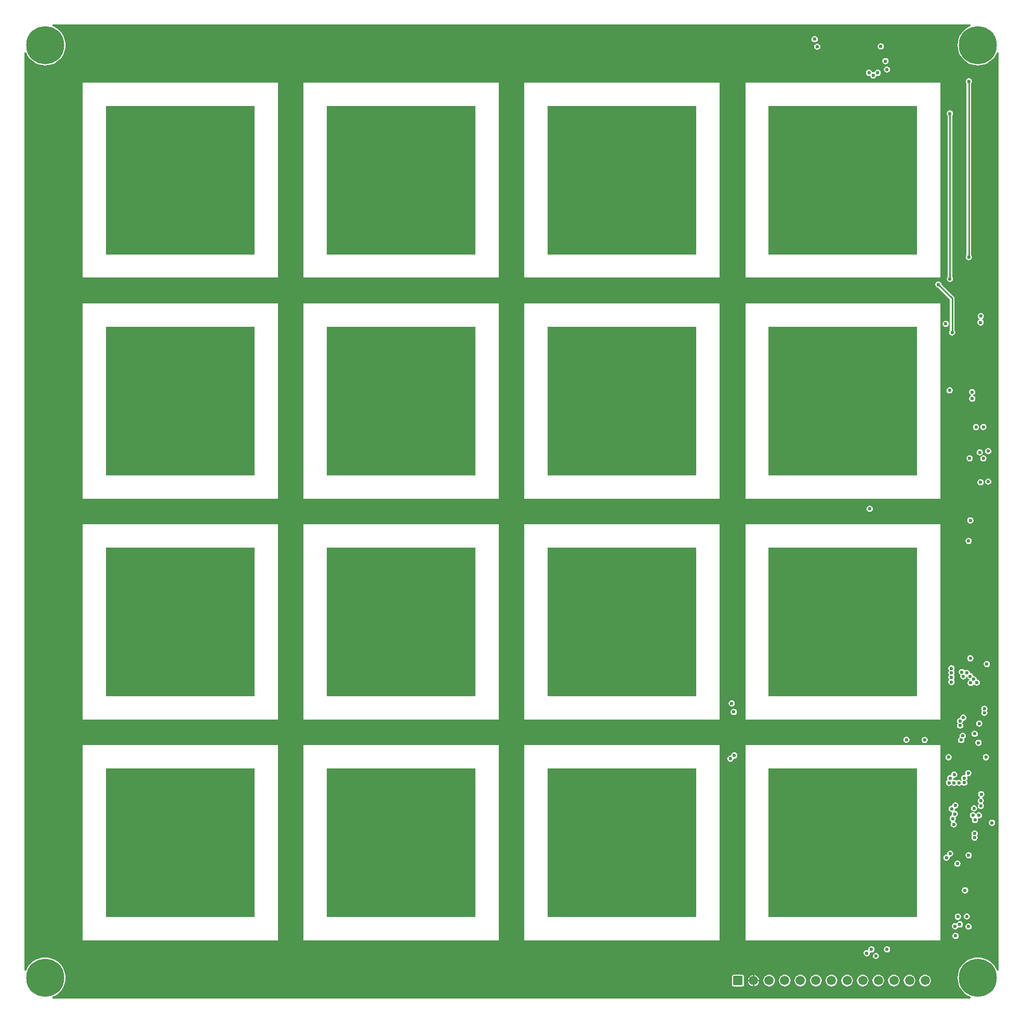
<source format=gtl>
G04 Layer_Physical_Order=1*
G04 Layer_Color=255*
%FSLAX25Y25*%
%MOIN*%
G70*
G01*
G75*
%ADD10C,0.01102*%
%ADD11R,0.95276X0.95276*%
%ADD12C,0.24410*%
%ADD13C,0.05906*%
G04:AMPARAMS|DCode=14|XSize=59.06mil|YSize=59.06mil|CornerRadius=2.95mil|HoleSize=0mil|Usage=FLASHONLY|Rotation=0.000|XOffset=0mil|YOffset=0mil|HoleType=Round|Shape=RoundedRectangle|*
%AMROUNDEDRECTD14*
21,1,0.05906,0.05315,0,0,0.0*
21,1,0.05315,0.05906,0,0,0.0*
1,1,0.00591,0.02658,-0.02658*
1,1,0.00591,-0.02658,-0.02658*
1,1,0.00591,-0.02658,0.02658*
1,1,0.00591,0.02658,0.02658*
%
%ADD14ROUNDEDRECTD14*%
%ADD15C,0.05118*%
%ADD16C,0.02362*%
G36*
X294488Y311318D02*
X293296Y310824D01*
X291552Y309756D01*
X289997Y308428D01*
X288669Y306873D01*
X287601Y305129D01*
X286818Y303240D01*
X286341Y301251D01*
X286180Y299213D01*
X286341Y297174D01*
X286818Y295185D01*
X287601Y293296D01*
X288669Y291552D01*
X289997Y289997D01*
X291552Y288669D01*
X293296Y287601D01*
X295185Y286818D01*
X297174Y286341D01*
X299213Y286180D01*
X301251Y286341D01*
X303240Y286818D01*
X305129Y287601D01*
X306873Y288669D01*
X308428Y289997D01*
X309756Y291552D01*
X310824Y293296D01*
X311318Y294488D01*
X312552D01*
Y-294488D01*
X311318D01*
X310824Y-293296D01*
X309756Y-291552D01*
X308428Y-289997D01*
X306873Y-288669D01*
X305129Y-287601D01*
X303240Y-286818D01*
X301251Y-286341D01*
X299213Y-286180D01*
X297174Y-286341D01*
X295185Y-286818D01*
X293296Y-287601D01*
X291552Y-288669D01*
X289997Y-289997D01*
X288669Y-291552D01*
X287601Y-293296D01*
X286818Y-295185D01*
X286341Y-297174D01*
X286180Y-299213D01*
X286341Y-301251D01*
X286818Y-303240D01*
X287601Y-305129D01*
X288669Y-306873D01*
X289997Y-308428D01*
X291552Y-309756D01*
X293296Y-310824D01*
X294488Y-311318D01*
Y-312552D01*
X-294488D01*
Y-311318D01*
X-293296Y-310824D01*
X-291552Y-309756D01*
X-289997Y-308428D01*
X-288669Y-306873D01*
X-287601Y-305129D01*
X-286818Y-303240D01*
X-286341Y-301251D01*
X-286180Y-299213D01*
X-286341Y-297174D01*
X-286818Y-295185D01*
X-287601Y-293296D01*
X-288669Y-291552D01*
X-289997Y-289997D01*
X-291552Y-288669D01*
X-293296Y-287601D01*
X-295185Y-286818D01*
X-297174Y-286341D01*
X-299213Y-286180D01*
X-301251Y-286341D01*
X-303240Y-286818D01*
X-305129Y-287601D01*
X-306873Y-288669D01*
X-308428Y-289997D01*
X-309756Y-291552D01*
X-310824Y-293296D01*
X-311318Y-294488D01*
X-312552D01*
Y294488D01*
X-311318D01*
X-310824Y293296D01*
X-309756Y291552D01*
X-308428Y289997D01*
X-306873Y288669D01*
X-305129Y287601D01*
X-303240Y286818D01*
X-301251Y286341D01*
X-299213Y286180D01*
X-297174Y286341D01*
X-295185Y286818D01*
X-293296Y287601D01*
X-291552Y288669D01*
X-289997Y289997D01*
X-288669Y291552D01*
X-287601Y293296D01*
X-286818Y295185D01*
X-286341Y297174D01*
X-286180Y299213D01*
X-286341Y301251D01*
X-286818Y303240D01*
X-287601Y305129D01*
X-288669Y306873D01*
X-289997Y308428D01*
X-291552Y309756D01*
X-293296Y310824D01*
X-294488Y311318D01*
Y312552D01*
X294488D01*
Y311318D01*
D02*
G37*
%LPC*%
G36*
X293307Y-218556D02*
X292539Y-218708D01*
X291888Y-219144D01*
X291453Y-219795D01*
X291300Y-220563D01*
X291453Y-221331D01*
X291888Y-221982D01*
X292539Y-222417D01*
X293307Y-222570D01*
X294075Y-222417D01*
X294726Y-221982D01*
X295161Y-221331D01*
X295314Y-220563D01*
X295161Y-219795D01*
X294726Y-219144D01*
X294075Y-218708D01*
X293307Y-218556D01*
D02*
G37*
G36*
X286126Y-223991D02*
X285358Y-224143D01*
X284707Y-224578D01*
X284272Y-225230D01*
X284119Y-225998D01*
X284272Y-226766D01*
X284707Y-227417D01*
X285358Y-227852D01*
X286126Y-228005D01*
X286894Y-227852D01*
X287545Y-227417D01*
X287980Y-226766D01*
X288133Y-225998D01*
X287980Y-225230D01*
X287545Y-224578D01*
X286894Y-224143D01*
X286126Y-223991D01*
D02*
G37*
G36*
X284744Y-186576D02*
X283976Y-186728D01*
X283325Y-187163D01*
X282890Y-187815D01*
X282794Y-188294D01*
X282480Y-188741D01*
X281712Y-188894D01*
X281061Y-189329D01*
X280626Y-189980D01*
X280473Y-190748D01*
X280626Y-191516D01*
X281061Y-192167D01*
X281712Y-192602D01*
X282387Y-192737D01*
X282583Y-193027D01*
X282660Y-193229D01*
X282594Y-193326D01*
X282442Y-194095D01*
X282557Y-194672D01*
X282288Y-195235D01*
X282254Y-195242D01*
X281602Y-195677D01*
X281167Y-196328D01*
X281015Y-197097D01*
X281167Y-197864D01*
X281602Y-198516D01*
X282159Y-198888D01*
X282263Y-199162D01*
X282276Y-199465D01*
X281906Y-200019D01*
X281753Y-200787D01*
X281906Y-201555D01*
X282341Y-202207D01*
X282992Y-202642D01*
X283760Y-202795D01*
X284528Y-202642D01*
X285179Y-202207D01*
X285614Y-201555D01*
X285767Y-200787D01*
X285614Y-200019D01*
X285179Y-199368D01*
X284622Y-198996D01*
X284519Y-198722D01*
X284506Y-198419D01*
X284876Y-197864D01*
X285029Y-197097D01*
X284914Y-196519D01*
X285182Y-195956D01*
X285217Y-195949D01*
X285868Y-195514D01*
X286303Y-194863D01*
X286456Y-194095D01*
X286303Y-193326D01*
X285868Y-192675D01*
X285217Y-192240D01*
X284542Y-192106D01*
X284346Y-191816D01*
X284270Y-191613D01*
X284335Y-191516D01*
X284430Y-191037D01*
X284744Y-190590D01*
X285512Y-190437D01*
X286163Y-190002D01*
X286598Y-189351D01*
X286751Y-188583D01*
X286598Y-187815D01*
X286163Y-187163D01*
X285512Y-186728D01*
X284744Y-186576D01*
D02*
G37*
G36*
X297146Y-204631D02*
X296378Y-204784D01*
X295727Y-205219D01*
X295292Y-205870D01*
X295139Y-206638D01*
X295292Y-207406D01*
X295623Y-207902D01*
X295269Y-208432D01*
X295117Y-209200D01*
X295269Y-209968D01*
X295705Y-210619D01*
X296356Y-211054D01*
X297124Y-211207D01*
X297892Y-211054D01*
X298543Y-210619D01*
X298978Y-209968D01*
X299131Y-209200D01*
X298978Y-208432D01*
X298646Y-207936D01*
X299001Y-207406D01*
X299153Y-206638D01*
X299001Y-205870D01*
X298566Y-205219D01*
X297914Y-204784D01*
X297146Y-204631D01*
D02*
G37*
G36*
X281454Y-217479D02*
X280686Y-217632D01*
X280035Y-218067D01*
X279600Y-218718D01*
X279447Y-219486D01*
X279505Y-219777D01*
X279151Y-220131D01*
X279053Y-220111D01*
X278286Y-220264D01*
X277634Y-220699D01*
X277199Y-221350D01*
X277046Y-222118D01*
X277199Y-222886D01*
X277634Y-223538D01*
X278286Y-223973D01*
X279053Y-224126D01*
X279822Y-223973D01*
X280473Y-223538D01*
X280908Y-222886D01*
X281061Y-222118D01*
X281003Y-221827D01*
X281356Y-221474D01*
X281454Y-221493D01*
X282222Y-221340D01*
X282873Y-220905D01*
X283308Y-220254D01*
X283461Y-219486D01*
X283308Y-218718D01*
X282873Y-218067D01*
X282222Y-217632D01*
X281454Y-217479D01*
D02*
G37*
G36*
X290978Y-241073D02*
X290210Y-241226D01*
X289559Y-241661D01*
X289124Y-242313D01*
X288971Y-243081D01*
X289124Y-243849D01*
X289559Y-244500D01*
X290210Y-244935D01*
X290978Y-245088D01*
X291746Y-244935D01*
X292397Y-244500D01*
X292832Y-243849D01*
X292985Y-243081D01*
X292832Y-242313D01*
X292397Y-241661D01*
X291746Y-241226D01*
X290978Y-241073D01*
D02*
G37*
G36*
X293205Y-264303D02*
X292437Y-264456D01*
X291786Y-264891D01*
X291351Y-265543D01*
X291198Y-266311D01*
X291351Y-267079D01*
X291786Y-267730D01*
X292437Y-268165D01*
X293205Y-268318D01*
X293973Y-268165D01*
X294624Y-267730D01*
X295059Y-267079D01*
X295212Y-266311D01*
X295059Y-265543D01*
X294624Y-264891D01*
X293973Y-264456D01*
X293205Y-264303D01*
D02*
G37*
G36*
X284967Y-270291D02*
X284199Y-270444D01*
X283548Y-270879D01*
X283113Y-271530D01*
X282960Y-272298D01*
X283113Y-273066D01*
X283548Y-273717D01*
X284199Y-274153D01*
X284967Y-274305D01*
X285735Y-274153D01*
X286386Y-273717D01*
X286822Y-273066D01*
X286974Y-272298D01*
X286822Y-271530D01*
X286386Y-270879D01*
X285735Y-270444D01*
X284967Y-270291D01*
D02*
G37*
G36*
X287604Y-262858D02*
X286836Y-263011D01*
X286185Y-263446D01*
X285870Y-263917D01*
X285353Y-264172D01*
X284584Y-264020D01*
X283816Y-264172D01*
X283165Y-264608D01*
X282730Y-265259D01*
X282577Y-266027D01*
X282730Y-266795D01*
X283165Y-267446D01*
X283816Y-267881D01*
X284584Y-268034D01*
X285353Y-267881D01*
X286004Y-267446D01*
X286318Y-266975D01*
X286836Y-266720D01*
X287604Y-266872D01*
X288372Y-266720D01*
X289023Y-266284D01*
X289458Y-265633D01*
X289611Y-264865D01*
X289458Y-264097D01*
X289023Y-263446D01*
X288372Y-263011D01*
X287604Y-262858D01*
D02*
G37*
G36*
X292125Y-257780D02*
X291357Y-257933D01*
X290705Y-258368D01*
X290270Y-259019D01*
X290118Y-259787D01*
X290270Y-260555D01*
X290705Y-261206D01*
X291357Y-261641D01*
X292125Y-261794D01*
X292893Y-261641D01*
X293544Y-261206D01*
X293979Y-260555D01*
X294132Y-259787D01*
X293979Y-259019D01*
X293544Y-258368D01*
X292893Y-257933D01*
X292125Y-257780D01*
D02*
G37*
G36*
X286365Y-258006D02*
X285597Y-258159D01*
X284946Y-258594D01*
X284511Y-259245D01*
X284358Y-260013D01*
X284511Y-260781D01*
X284946Y-261432D01*
X285597Y-261867D01*
X286365Y-262020D01*
X287133Y-261867D01*
X287785Y-261432D01*
X288220Y-260781D01*
X288372Y-260013D01*
X288220Y-259245D01*
X287785Y-258594D01*
X287133Y-258159D01*
X286365Y-258006D01*
D02*
G37*
G36*
X308268Y-197698D02*
X307500Y-197850D01*
X306849Y-198285D01*
X306413Y-198937D01*
X306261Y-199705D01*
X306413Y-200473D01*
X306849Y-201124D01*
X307500Y-201559D01*
X308268Y-201712D01*
X309036Y-201559D01*
X309687Y-201124D01*
X310122Y-200473D01*
X310275Y-199705D01*
X310122Y-198937D01*
X309687Y-198285D01*
X309036Y-197850D01*
X308268Y-197698D01*
D02*
G37*
G36*
X299627Y-146361D02*
X298859Y-146514D01*
X298208Y-146949D01*
X297773Y-147600D01*
X297620Y-148369D01*
X297773Y-149137D01*
X298208Y-149788D01*
X298859Y-150223D01*
X299627Y-150376D01*
X300395Y-150223D01*
X301047Y-149788D01*
X301482Y-149137D01*
X301635Y-148369D01*
X301482Y-147600D01*
X301047Y-146949D01*
X300395Y-146514D01*
X299627Y-146361D01*
D02*
G37*
G36*
X304331Y-155670D02*
X303563Y-155823D01*
X302911Y-156258D01*
X302476Y-156909D01*
X302324Y-157677D01*
X302476Y-158445D01*
X302911Y-159096D01*
X303563Y-159531D01*
X304331Y-159684D01*
X305099Y-159531D01*
X305750Y-159096D01*
X306185Y-158445D01*
X306338Y-157677D01*
X306185Y-156909D01*
X305750Y-156258D01*
X305099Y-155823D01*
X304331Y-155670D01*
D02*
G37*
G36*
X289470Y-141912D02*
X288702Y-142065D01*
X288051Y-142500D01*
X287616Y-143151D01*
X287463Y-143920D01*
X287616Y-144688D01*
X287709Y-144827D01*
X287067Y-145256D01*
X286631Y-145907D01*
X286479Y-146676D01*
X286631Y-147444D01*
X287067Y-148095D01*
X287718Y-148530D01*
X288486Y-148682D01*
X289254Y-148530D01*
X289905Y-148095D01*
X290340Y-147444D01*
X290493Y-146676D01*
X290340Y-145907D01*
X290247Y-145768D01*
X290889Y-145339D01*
X291324Y-144688D01*
X291477Y-143920D01*
X291324Y-143151D01*
X290889Y-142500D01*
X290238Y-142065D01*
X289470Y-141912D01*
D02*
G37*
G36*
X253359Y-144457D02*
X252591Y-144609D01*
X251940Y-145045D01*
X251504Y-145696D01*
X251352Y-146464D01*
X251504Y-147232D01*
X251940Y-147883D01*
X252591Y-148318D01*
X253359Y-148471D01*
X254127Y-148318D01*
X254778Y-147883D01*
X255213Y-147232D01*
X255366Y-146464D01*
X255213Y-145696D01*
X254778Y-145045D01*
X254127Y-144609D01*
X253359Y-144457D01*
D02*
G37*
G36*
X265061Y-144570D02*
X264293Y-144723D01*
X263641Y-145158D01*
X263206Y-145809D01*
X263053Y-146577D01*
X263206Y-147345D01*
X263641Y-147996D01*
X264293Y-148431D01*
X265061Y-148584D01*
X265829Y-148431D01*
X266480Y-147996D01*
X266915Y-147345D01*
X267068Y-146577D01*
X266915Y-145809D01*
X266480Y-145158D01*
X265829Y-144723D01*
X265061Y-144570D01*
D02*
G37*
G36*
X280413Y-155670D02*
X279645Y-155823D01*
X278994Y-156258D01*
X278559Y-156909D01*
X278406Y-157677D01*
X278559Y-158445D01*
X278994Y-159096D01*
X279645Y-159531D01*
X280413Y-159684D01*
X281182Y-159531D01*
X281833Y-159096D01*
X282268Y-158445D01*
X282420Y-157677D01*
X282268Y-156909D01*
X281833Y-156258D01*
X281182Y-155823D01*
X280413Y-155670D01*
D02*
G37*
G36*
X296752Y-188446D02*
X295984Y-188599D01*
X295333Y-189033D01*
X294898Y-189685D01*
X294745Y-190453D01*
X294898Y-191221D01*
X295333Y-191872D01*
X295984Y-192307D01*
X296752Y-192460D01*
X297520Y-192307D01*
X298171Y-191872D01*
X298606Y-191221D01*
X298759Y-190453D01*
X298606Y-189685D01*
X298171Y-189033D01*
X297520Y-188599D01*
X296752Y-188446D01*
D02*
G37*
G36*
X299803Y-192973D02*
X299035Y-193126D01*
X298384Y-193561D01*
X298234Y-193786D01*
X297632D01*
X297482Y-193561D01*
X296831Y-193126D01*
X296063Y-192973D01*
X295295Y-193126D01*
X294644Y-193561D01*
X294209Y-194212D01*
X294056Y-194980D01*
X294209Y-195748D01*
X294644Y-196399D01*
X295165Y-196748D01*
X295331Y-196961D01*
X295446Y-197375D01*
X295335Y-197933D01*
X295488Y-198701D01*
X295923Y-199352D01*
X296574Y-199787D01*
X297342Y-199940D01*
X298111Y-199787D01*
X298762Y-199352D01*
X299197Y-198701D01*
X299350Y-197933D01*
X299241Y-197385D01*
X299590Y-196970D01*
X299625Y-196952D01*
X299803Y-196987D01*
X300571Y-196835D01*
X301222Y-196399D01*
X301657Y-195748D01*
X301810Y-194980D01*
X301657Y-194212D01*
X301222Y-193561D01*
X300571Y-193126D01*
X299803Y-192973D01*
D02*
G37*
G36*
X301378Y-179391D02*
X300610Y-179543D01*
X299959Y-179978D01*
X299524Y-180630D01*
X299371Y-181398D01*
X299524Y-182166D01*
X299959Y-182817D01*
X300445Y-183142D01*
X300347Y-183671D01*
X300315Y-183677D01*
X299663Y-184112D01*
X299228Y-184763D01*
X299076Y-185531D01*
X299228Y-186300D01*
X299663Y-186951D01*
X299743Y-187004D01*
Y-187504D01*
X299663Y-187557D01*
X299228Y-188208D01*
X299076Y-188976D01*
X299228Y-189744D01*
X299663Y-190396D01*
X300315Y-190831D01*
X301083Y-190983D01*
X301851Y-190831D01*
X302502Y-190396D01*
X302937Y-189744D01*
X303090Y-188976D01*
X302937Y-188208D01*
X302502Y-187557D01*
X302422Y-187504D01*
Y-187004D01*
X302502Y-186951D01*
X302937Y-186300D01*
X303090Y-185531D01*
X302937Y-184763D01*
X302502Y-184112D01*
X302016Y-183788D01*
X302113Y-183258D01*
X302146Y-183252D01*
X302797Y-182817D01*
X303232Y-182166D01*
X303385Y-181398D01*
X303232Y-180630D01*
X302797Y-179978D01*
X302146Y-179543D01*
X301378Y-179391D01*
D02*
G37*
G36*
X142913Y-154489D02*
X142145Y-154642D01*
X141494Y-155077D01*
X141059Y-155728D01*
X140975Y-156150D01*
X140453Y-156556D01*
X139685Y-156709D01*
X139033Y-157144D01*
X138599Y-157795D01*
X138446Y-158563D01*
X138599Y-159331D01*
X139033Y-159982D01*
X139685Y-160417D01*
X140453Y-160570D01*
X141221Y-160417D01*
X141872Y-159982D01*
X142307Y-159331D01*
X142391Y-158909D01*
X142913Y-158503D01*
X143682Y-158350D01*
X144333Y-157915D01*
X144768Y-157264D01*
X144921Y-156496D01*
X144768Y-155728D01*
X144333Y-155077D01*
X143682Y-154642D01*
X142913Y-154489D01*
D02*
G37*
G36*
X293012Y-165906D02*
X292244Y-166059D01*
X291593Y-166494D01*
X291158Y-167145D01*
X291005Y-167913D01*
X291158Y-168681D01*
X290849Y-169120D01*
X290480Y-169046D01*
X289712Y-169199D01*
X289061Y-169634D01*
X288626Y-170285D01*
X288473Y-171053D01*
X288626Y-171821D01*
X289012Y-172398D01*
X288624Y-172695D01*
X287973Y-172260D01*
X287205Y-172107D01*
X286437Y-172260D01*
X285918Y-172606D01*
X285581Y-172661D01*
X285243Y-172606D01*
X284725Y-172260D01*
X283957Y-172107D01*
X283852Y-172128D01*
X283722Y-172033D01*
X283476Y-171693D01*
X283589Y-171127D01*
X284020Y-170799D01*
X284055Y-170806D01*
X284823Y-170653D01*
X285474Y-170218D01*
X285909Y-169567D01*
X286062Y-168799D01*
X285909Y-168031D01*
X285474Y-167380D01*
X284823Y-166945D01*
X284055Y-166792D01*
X283287Y-166945D01*
X282636Y-167380D01*
X282201Y-168031D01*
X282061Y-168735D01*
X281629Y-169063D01*
X281594Y-169056D01*
X280826Y-169209D01*
X280175Y-169644D01*
X279740Y-170295D01*
X279587Y-171063D01*
X279688Y-171570D01*
X279724Y-171750D01*
X279724Y-171750D01*
X279740Y-171831D01*
X279607Y-172346D01*
X279543Y-172427D01*
X279289Y-172597D01*
X278854Y-173248D01*
X278702Y-174016D01*
X278854Y-174784D01*
X279289Y-175435D01*
X279941Y-175870D01*
X280709Y-176023D01*
X281477Y-175870D01*
X282128Y-175435D01*
X282625Y-175592D01*
X283189Y-175969D01*
X283957Y-176121D01*
X284725Y-175969D01*
X285376Y-175533D01*
X285786D01*
X286437Y-175969D01*
X287205Y-176121D01*
X287973Y-175969D01*
X288571Y-175569D01*
X289061Y-175402D01*
X289712Y-175837D01*
X290480Y-175990D01*
X291248Y-175837D01*
X291899Y-175402D01*
X292335Y-174751D01*
X292487Y-173983D01*
X292335Y-173214D01*
X291899Y-172563D01*
Y-172473D01*
X292335Y-171821D01*
X292487Y-171053D01*
X292335Y-170285D01*
X292643Y-169847D01*
X293012Y-169921D01*
X293780Y-169768D01*
X294431Y-169333D01*
X294866Y-168682D01*
X295019Y-167913D01*
X294866Y-167145D01*
X294431Y-166494D01*
X293780Y-166059D01*
X293012Y-165906D01*
D02*
G37*
G36*
X235321Y-297212D02*
X234345Y-297340D01*
X233435Y-297717D01*
X232654Y-298317D01*
X232054Y-299098D01*
X231677Y-300008D01*
X231549Y-300984D01*
X231677Y-301961D01*
X232054Y-302870D01*
X232654Y-303652D01*
X233435Y-304251D01*
X234345Y-304628D01*
X235321Y-304757D01*
X236297Y-304628D01*
X237207Y-304251D01*
X237989Y-303652D01*
X238588Y-302870D01*
X238965Y-301961D01*
X239093Y-300984D01*
X238965Y-300008D01*
X238588Y-299098D01*
X237989Y-298317D01*
X237207Y-297717D01*
X236297Y-297340D01*
X235321Y-297212D01*
D02*
G37*
G36*
X225321D02*
X224345Y-297340D01*
X223435Y-297717D01*
X222654Y-298317D01*
X222054Y-299098D01*
X221677Y-300008D01*
X221549Y-300984D01*
X221677Y-301961D01*
X222054Y-302870D01*
X222654Y-303652D01*
X223435Y-304251D01*
X224345Y-304628D01*
X225321Y-304757D01*
X226297Y-304628D01*
X227207Y-304251D01*
X227989Y-303652D01*
X228588Y-302870D01*
X228965Y-301961D01*
X229094Y-300984D01*
X228965Y-300008D01*
X228588Y-299098D01*
X227989Y-298317D01*
X227207Y-297717D01*
X226297Y-297340D01*
X225321Y-297212D01*
D02*
G37*
G36*
X245321D02*
X244345Y-297340D01*
X243435Y-297717D01*
X242654Y-298317D01*
X242054Y-299098D01*
X241677Y-300008D01*
X241549Y-300984D01*
X241677Y-301961D01*
X242054Y-302870D01*
X242654Y-303652D01*
X243435Y-304251D01*
X244345Y-304628D01*
X245321Y-304757D01*
X246298Y-304628D01*
X247207Y-304251D01*
X247989Y-303652D01*
X248588Y-302870D01*
X248965Y-301961D01*
X249094Y-300984D01*
X248965Y-300008D01*
X248588Y-299098D01*
X247989Y-298317D01*
X247207Y-297717D01*
X246298Y-297340D01*
X245321Y-297212D01*
D02*
G37*
G36*
X265321D02*
X264345Y-297340D01*
X263435Y-297717D01*
X262654Y-298317D01*
X262054Y-299098D01*
X261677Y-300008D01*
X261549Y-300984D01*
X261677Y-301961D01*
X262054Y-302870D01*
X262654Y-303652D01*
X263435Y-304251D01*
X264345Y-304628D01*
X265321Y-304757D01*
X266298Y-304628D01*
X267207Y-304251D01*
X267989Y-303652D01*
X268588Y-302870D01*
X268965Y-301961D01*
X269093Y-300984D01*
X268965Y-300008D01*
X268588Y-299098D01*
X267989Y-298317D01*
X267207Y-297717D01*
X266298Y-297340D01*
X265321Y-297212D01*
D02*
G37*
G36*
X255321D02*
X254345Y-297340D01*
X253435Y-297717D01*
X252654Y-298317D01*
X252054Y-299098D01*
X251677Y-300008D01*
X251549Y-300984D01*
X251677Y-301961D01*
X252054Y-302870D01*
X252654Y-303652D01*
X253435Y-304251D01*
X254345Y-304628D01*
X255321Y-304757D01*
X256297Y-304628D01*
X257207Y-304251D01*
X257989Y-303652D01*
X258588Y-302870D01*
X258965Y-301961D01*
X259093Y-300984D01*
X258965Y-300008D01*
X258588Y-299098D01*
X257989Y-298317D01*
X257207Y-297717D01*
X256297Y-297340D01*
X255321Y-297212D01*
D02*
G37*
G36*
X215321D02*
X214345Y-297340D01*
X213435Y-297717D01*
X212654Y-298317D01*
X212054Y-299098D01*
X211677Y-300008D01*
X211549Y-300984D01*
X211677Y-301961D01*
X212054Y-302870D01*
X212654Y-303652D01*
X213435Y-304251D01*
X214345Y-304628D01*
X215321Y-304757D01*
X216298Y-304628D01*
X217207Y-304251D01*
X217989Y-303652D01*
X218588Y-302870D01*
X218965Y-301961D01*
X219093Y-300984D01*
X218965Y-300008D01*
X218588Y-299098D01*
X217989Y-298317D01*
X217207Y-297717D01*
X216298Y-297340D01*
X215321Y-297212D01*
D02*
G37*
G36*
X175309D02*
X174332Y-297340D01*
X173423Y-297717D01*
X172641Y-298317D01*
X172042Y-299098D01*
X171665Y-300008D01*
X171536Y-300984D01*
X171665Y-301961D01*
X172042Y-302870D01*
X172641Y-303652D01*
X173423Y-304251D01*
X174332Y-304628D01*
X175309Y-304757D01*
X176285Y-304628D01*
X177195Y-304251D01*
X177976Y-303652D01*
X178576Y-302870D01*
X178953Y-301961D01*
X179081Y-300984D01*
X178953Y-300008D01*
X178576Y-299098D01*
X177976Y-298317D01*
X177195Y-297717D01*
X176285Y-297340D01*
X175309Y-297212D01*
D02*
G37*
G36*
X165309D02*
X164332Y-297340D01*
X163423Y-297717D01*
X162641Y-298317D01*
X162042Y-299098D01*
X161665Y-300008D01*
X161536Y-300984D01*
X161665Y-301961D01*
X162042Y-302870D01*
X162641Y-303652D01*
X163423Y-304251D01*
X164332Y-304628D01*
X165309Y-304757D01*
X166285Y-304628D01*
X167195Y-304251D01*
X167976Y-303652D01*
X168576Y-302870D01*
X168953Y-301961D01*
X169081Y-300984D01*
X168953Y-300008D01*
X168576Y-299098D01*
X167976Y-298317D01*
X167195Y-297717D01*
X166285Y-297340D01*
X165309Y-297212D01*
D02*
G37*
G36*
X185309D02*
X184332Y-297340D01*
X183423Y-297717D01*
X182641Y-298317D01*
X182042Y-299098D01*
X181665Y-300008D01*
X181536Y-300984D01*
X181665Y-301961D01*
X182042Y-302870D01*
X182641Y-303652D01*
X183423Y-304251D01*
X184332Y-304628D01*
X185309Y-304757D01*
X186285Y-304628D01*
X187195Y-304251D01*
X187976Y-303652D01*
X188576Y-302870D01*
X188953Y-301961D01*
X189081Y-300984D01*
X188953Y-300008D01*
X188576Y-299098D01*
X187976Y-298317D01*
X187195Y-297717D01*
X186285Y-297340D01*
X185309Y-297212D01*
D02*
G37*
G36*
X205309D02*
X204332Y-297340D01*
X203423Y-297717D01*
X202641Y-298317D01*
X202042Y-299098D01*
X201665Y-300008D01*
X201536Y-300984D01*
X201665Y-301961D01*
X202042Y-302870D01*
X202641Y-303652D01*
X203423Y-304251D01*
X204332Y-304628D01*
X205309Y-304757D01*
X206285Y-304628D01*
X207195Y-304251D01*
X207976Y-303652D01*
X208576Y-302870D01*
X208953Y-301961D01*
X209081Y-300984D01*
X208953Y-300008D01*
X208576Y-299098D01*
X207976Y-298317D01*
X207195Y-297717D01*
X206285Y-297340D01*
X205309Y-297212D01*
D02*
G37*
G36*
X195309D02*
X194332Y-297340D01*
X193423Y-297717D01*
X192641Y-298317D01*
X192042Y-299098D01*
X191665Y-300008D01*
X191536Y-300984D01*
X191665Y-301961D01*
X192042Y-302870D01*
X192641Y-303652D01*
X193423Y-304251D01*
X194332Y-304628D01*
X195309Y-304757D01*
X196285Y-304628D01*
X197195Y-304251D01*
X197976Y-303652D01*
X198576Y-302870D01*
X198953Y-301961D01*
X199081Y-300984D01*
X198953Y-300008D01*
X198576Y-299098D01*
X197976Y-298317D01*
X197195Y-297717D01*
X196285Y-297340D01*
X195309Y-297212D01*
D02*
G37*
G36*
X147966Y-297223D02*
X142651D01*
X142229Y-297307D01*
X141871Y-297546D01*
X141631Y-297904D01*
X141548Y-298327D01*
Y-303642D01*
X141631Y-304064D01*
X141871Y-304422D01*
X142229Y-304662D01*
X142651Y-304746D01*
X147966D01*
X148389Y-304662D01*
X148747Y-304422D01*
X148986Y-304064D01*
X149070Y-303642D01*
Y-298327D01*
X148986Y-297904D01*
X148747Y-297546D01*
X148389Y-297307D01*
X147966Y-297223D01*
D02*
G37*
G36*
X-150000Y-150000D02*
X-275197D01*
Y-275197D01*
X-150000D01*
Y-150000D01*
D02*
G37*
G36*
X230965Y-278896D02*
X230197Y-279049D01*
X229546Y-279484D01*
X229111Y-280135D01*
X228958Y-280903D01*
X228996Y-281096D01*
X228915Y-281218D01*
X228563Y-281481D01*
X227950Y-281359D01*
X227182Y-281512D01*
X226531Y-281947D01*
X226096Y-282598D01*
X225943Y-283366D01*
X226096Y-284134D01*
X226531Y-284785D01*
X227182Y-285220D01*
X227950Y-285373D01*
X228718Y-285220D01*
X229370Y-284785D01*
X229805Y-284134D01*
X229958Y-283366D01*
X229919Y-283173D01*
X230000Y-283052D01*
X230352Y-282788D01*
X230965Y-282910D01*
X231733Y-282757D01*
X232384Y-282322D01*
X232819Y-281671D01*
X232972Y-280903D01*
X232819Y-280135D01*
X232384Y-279484D01*
X231733Y-279049D01*
X230965Y-278896D01*
D02*
G37*
G36*
X-8268Y-150000D02*
X-133465D01*
Y-275197D01*
X-8268D01*
Y-150000D01*
D02*
G37*
G36*
X275197D02*
X150000D01*
Y-275197D01*
X275197D01*
Y-150000D01*
D02*
G37*
G36*
X133465D02*
X8268D01*
Y-275197D01*
X133465D01*
Y-150000D01*
D02*
G37*
G36*
X240966Y-278927D02*
X240198Y-279080D01*
X239547Y-279515D01*
X239112Y-280166D01*
X238959Y-280934D01*
X239112Y-281702D01*
X239547Y-282353D01*
X240198Y-282788D01*
X240966Y-282941D01*
X241734Y-282788D01*
X242385Y-282353D01*
X242820Y-281702D01*
X242973Y-280934D01*
X242820Y-280166D01*
X242385Y-279515D01*
X241734Y-279080D01*
X240966Y-278927D01*
D02*
G37*
G36*
X158831Y-301378D02*
X155702D01*
Y-304506D01*
X156234Y-304436D01*
X157096Y-304079D01*
X157836Y-303511D01*
X158404Y-302771D01*
X158761Y-301909D01*
X158831Y-301378D01*
D02*
G37*
G36*
X154915D02*
X151787D01*
X151857Y-301909D01*
X152214Y-302771D01*
X152782Y-303511D01*
X153522Y-304079D01*
X154384Y-304436D01*
X154915Y-304506D01*
Y-301378D01*
D02*
G37*
G36*
Y-297462D02*
X154384Y-297532D01*
X153522Y-297889D01*
X152782Y-298457D01*
X152214Y-299197D01*
X151857Y-300059D01*
X151787Y-300590D01*
X154915D01*
Y-297462D01*
D02*
G37*
G36*
X233760Y-283131D02*
X232992Y-283283D01*
X232341Y-283719D01*
X231906Y-284370D01*
X231753Y-285138D01*
X231906Y-285906D01*
X232341Y-286557D01*
X232992Y-286992D01*
X233760Y-287145D01*
X234528Y-286992D01*
X235179Y-286557D01*
X235614Y-285906D01*
X235767Y-285138D01*
X235614Y-284370D01*
X235179Y-283719D01*
X234528Y-283283D01*
X233760Y-283131D01*
D02*
G37*
G36*
X155702Y-297462D02*
Y-300590D01*
X158831D01*
X158761Y-300059D01*
X158404Y-299197D01*
X157836Y-298457D01*
X157096Y-297889D01*
X156234Y-297532D01*
X155702Y-297462D01*
D02*
G37*
G36*
X281082Y79722D02*
X280314Y79569D01*
X279663Y79134D01*
X279228Y78483D01*
X279075Y77715D01*
X279228Y76947D01*
X279663Y76295D01*
X280314Y75860D01*
X281082Y75708D01*
X281850Y75860D01*
X282501Y76295D01*
X282936Y76947D01*
X283089Y77715D01*
X282936Y78483D01*
X282501Y79134D01*
X281850Y79569D01*
X281082Y79722D01*
D02*
G37*
G36*
X295534Y78603D02*
X294766Y78451D01*
X294115Y78015D01*
X293680Y77364D01*
X293527Y76596D01*
X293680Y75828D01*
X294115Y75177D01*
X294766Y74742D01*
X294912Y74713D01*
Y74203D01*
X294802Y74181D01*
X294151Y73746D01*
X293716Y73095D01*
X293563Y72327D01*
X293716Y71559D01*
X294151Y70907D01*
X294802Y70473D01*
X295570Y70320D01*
X296338Y70473D01*
X296989Y70907D01*
X297425Y71559D01*
X297577Y72327D01*
X297425Y73095D01*
X296989Y73746D01*
X296338Y74181D01*
X296192Y74210D01*
Y74720D01*
X296302Y74742D01*
X296953Y75177D01*
X297388Y75828D01*
X297541Y76596D01*
X297388Y77364D01*
X296953Y78015D01*
X296302Y78451D01*
X295534Y78603D01*
D02*
G37*
G36*
X273887Y147640D02*
X273119Y147487D01*
X272468Y147052D01*
X272033Y146400D01*
X271880Y145633D01*
X272033Y144864D01*
X272468Y144213D01*
X273119Y143778D01*
X273770Y143649D01*
X281243Y136176D01*
Y116304D01*
X280874Y115752D01*
X280721Y114984D01*
X280874Y114216D01*
X281309Y113565D01*
X281961Y113129D01*
X282729Y112977D01*
X283497Y113129D01*
X284148Y113565D01*
X284583Y114216D01*
X284736Y114984D01*
X284583Y115752D01*
X284214Y116304D01*
Y136791D01*
X284101Y137359D01*
X283779Y137841D01*
X283779Y137841D01*
X275871Y145749D01*
X275741Y146400D01*
X275306Y147052D01*
X274655Y147487D01*
X273887Y147640D01*
D02*
G37*
G36*
X301108Y127348D02*
X300340Y127195D01*
X299688Y126760D01*
X299253Y126109D01*
X299101Y125341D01*
X299253Y124573D01*
X299688Y123922D01*
X300115Y123637D01*
X300138Y123469D01*
X300076Y123068D01*
X299533Y122705D01*
X299098Y122054D01*
X298945Y121286D01*
X299098Y120518D01*
X299533Y119867D01*
X300184Y119432D01*
X300952Y119279D01*
X301720Y119432D01*
X302371Y119867D01*
X302806Y120518D01*
X302959Y121286D01*
X302806Y122054D01*
X302371Y122705D01*
X301945Y122991D01*
X301922Y123158D01*
X301984Y123559D01*
X302527Y123922D01*
X302962Y124573D01*
X303115Y125341D01*
X302962Y126109D01*
X302527Y126760D01*
X301876Y127195D01*
X301108Y127348D01*
D02*
G37*
G36*
X278576Y122346D02*
X277808Y122193D01*
X277157Y121758D01*
X276722Y121107D01*
X276569Y120339D01*
X276722Y119571D01*
X277157Y118919D01*
X277808Y118484D01*
X278576Y118332D01*
X279344Y118484D01*
X279995Y118919D01*
X280430Y119571D01*
X280583Y120339D01*
X280430Y121107D01*
X279995Y121758D01*
X279344Y122193D01*
X278576Y122346D01*
D02*
G37*
G36*
X302736Y56254D02*
X301968Y56101D01*
X301317Y55666D01*
X300882Y55015D01*
X300729Y54247D01*
X300882Y53479D01*
X301317Y52828D01*
X301968Y52393D01*
X302736Y52240D01*
X303504Y52393D01*
X304155Y52828D01*
X304591Y53479D01*
X304743Y54247D01*
X304591Y55015D01*
X304155Y55666D01*
X303504Y56101D01*
X302736Y56254D01*
D02*
G37*
G36*
X293917Y36117D02*
X293149Y35964D01*
X292498Y35529D01*
X292063Y34878D01*
X291910Y34110D01*
X292063Y33342D01*
X292498Y32691D01*
X293149Y32256D01*
X293917Y32103D01*
X294685Y32256D01*
X295337Y32691D01*
X295772Y33342D01*
X295924Y34110D01*
X295772Y34878D01*
X295337Y35529D01*
X294685Y35964D01*
X293917Y36117D01*
D02*
G37*
G36*
X302736Y36024D02*
X301968Y35871D01*
X301317Y35436D01*
X300882Y34785D01*
X300729Y34017D01*
X300882Y33249D01*
X301317Y32598D01*
X301968Y32163D01*
X302736Y32010D01*
X303504Y32163D01*
X304155Y32598D01*
X304591Y33249D01*
X304743Y34017D01*
X304591Y34785D01*
X304155Y35436D01*
X303504Y35871D01*
X302736Y36024D01*
D02*
G37*
G36*
X300445Y39955D02*
X299677Y39803D01*
X299026Y39368D01*
X298591Y38717D01*
X298438Y37948D01*
X298591Y37180D01*
X299026Y36529D01*
X299677Y36094D01*
X300445Y35941D01*
X301213Y36094D01*
X301865Y36529D01*
X302300Y37180D01*
X302452Y37948D01*
X302300Y38717D01*
X301865Y39368D01*
X301213Y39803D01*
X300445Y39955D01*
D02*
G37*
G36*
X297988Y56151D02*
X297220Y55998D01*
X296569Y55563D01*
X296134Y54912D01*
X295981Y54144D01*
X296134Y53375D01*
X296569Y52724D01*
X297220Y52289D01*
X297988Y52136D01*
X298756Y52289D01*
X299407Y52724D01*
X299842Y53375D01*
X299995Y54144D01*
X299842Y54912D01*
X299407Y55563D01*
X298756Y55998D01*
X297988Y56151D01*
D02*
G37*
G36*
X305807Y40787D02*
X305039Y40634D01*
X304388Y40199D01*
X303953Y39548D01*
X303800Y38780D01*
X303953Y38012D01*
X304388Y37360D01*
X305039Y36925D01*
X305807Y36773D01*
X306575Y36925D01*
X307226Y37360D01*
X307661Y38012D01*
X307814Y38780D01*
X307661Y39548D01*
X307226Y40199D01*
X306575Y40634D01*
X305807Y40787D01*
D02*
G37*
G36*
X281299Y257322D02*
X280531Y257169D01*
X279880Y256734D01*
X279445Y256083D01*
X279292Y255315D01*
X279445Y254547D01*
X279788Y254033D01*
Y150533D01*
X279419Y149981D01*
X279266Y149213D01*
X279419Y148444D01*
X279854Y147793D01*
X280505Y147358D01*
X281273Y147205D01*
X282041Y147358D01*
X282692Y147793D01*
X283127Y148444D01*
X283280Y149213D01*
X283127Y149981D01*
X282758Y150533D01*
Y253956D01*
X283154Y254547D01*
X283306Y255315D01*
X283154Y256083D01*
X282718Y256734D01*
X282067Y257169D01*
X281299Y257322D01*
D02*
G37*
G36*
X239965Y290950D02*
X239196Y290797D01*
X238545Y290362D01*
X238110Y289711D01*
X237958Y288943D01*
X238110Y288175D01*
X238545Y287524D01*
X239196Y287089D01*
X239965Y286936D01*
X240733Y287089D01*
X241384Y287524D01*
X241819Y288175D01*
X241972Y288943D01*
X241819Y289711D01*
X241384Y290362D01*
X240733Y290797D01*
X239965Y290950D01*
D02*
G37*
G36*
X234941Y283503D02*
X234173Y283350D01*
X233522Y282915D01*
X233087Y282264D01*
X233042Y282042D01*
X232471Y281734D01*
X231988Y281830D01*
X231299Y281693D01*
X231185Y282264D01*
X230750Y282915D01*
X230099Y283350D01*
X229331Y283503D01*
X228563Y283350D01*
X227911Y282915D01*
X227476Y282264D01*
X227324Y281496D01*
X227476Y280728D01*
X227911Y280077D01*
X228563Y279642D01*
X229331Y279489D01*
X230020Y279626D01*
X230134Y279055D01*
X230569Y278404D01*
X231220Y277969D01*
X231988Y277816D01*
X232756Y277969D01*
X233407Y278404D01*
X233842Y279055D01*
X233887Y279277D01*
X234458Y279585D01*
X234941Y279489D01*
X235709Y279642D01*
X236360Y280077D01*
X236795Y280728D01*
X236948Y281496D01*
X236795Y282264D01*
X236360Y282915D01*
X235709Y283350D01*
X234941Y283503D01*
D02*
G37*
G36*
X196161Y300235D02*
X195393Y300083D01*
X194742Y299648D01*
X194307Y298996D01*
X194154Y298228D01*
X194307Y297460D01*
X194742Y296809D01*
X195393Y296374D01*
X196161Y296221D01*
X196930Y296374D01*
X197581Y296809D01*
X198016Y297460D01*
X198169Y298228D01*
X198016Y298996D01*
X197581Y299648D01*
X196930Y300083D01*
X196161Y300235D01*
D02*
G37*
G36*
X194488Y305058D02*
X193720Y304906D01*
X193069Y304470D01*
X192634Y303819D01*
X192481Y303051D01*
X192634Y302283D01*
X193069Y301632D01*
X193720Y301197D01*
X194488Y301044D01*
X195256Y301197D01*
X195907Y301632D01*
X196343Y302283D01*
X196495Y303051D01*
X196343Y303819D01*
X195907Y304470D01*
X195256Y304906D01*
X194488Y305058D01*
D02*
G37*
G36*
X236920Y300333D02*
X236152Y300181D01*
X235501Y299745D01*
X235066Y299094D01*
X234913Y298326D01*
X235066Y297558D01*
X235501Y296907D01*
X236152Y296472D01*
X236920Y296319D01*
X237688Y296472D01*
X238339Y296907D01*
X238774Y297558D01*
X238927Y298326D01*
X238774Y299094D01*
X238339Y299745D01*
X237688Y300181D01*
X236920Y300333D01*
D02*
G37*
G36*
X240846Y285570D02*
X240078Y285417D01*
X239427Y284982D01*
X238992Y284331D01*
X238839Y283563D01*
X238992Y282795D01*
X239427Y282144D01*
X240078Y281709D01*
X240846Y281556D01*
X241615Y281709D01*
X242266Y282144D01*
X242701Y282795D01*
X242853Y283563D01*
X242701Y284331D01*
X242266Y284982D01*
X241615Y285417D01*
X240846Y285570D01*
D02*
G37*
G36*
X-8268Y275197D02*
X-133465D01*
Y150000D01*
X-8268D01*
Y275197D01*
D02*
G37*
G36*
X-150000D02*
X-275197D01*
Y150000D01*
X-150000D01*
Y275197D01*
D02*
G37*
G36*
X133465D02*
X8268D01*
Y150000D01*
X133465D01*
Y275197D01*
D02*
G37*
G36*
X293406Y277991D02*
X292637Y277838D01*
X291986Y277403D01*
X291551Y276752D01*
X291398Y275984D01*
X291551Y275216D01*
X291920Y274664D01*
Y164509D01*
X291551Y163957D01*
X291398Y163189D01*
X291551Y162421D01*
X291986Y161770D01*
X292637Y161335D01*
X293406Y161182D01*
X294174Y161335D01*
X294825Y161770D01*
X295260Y162421D01*
X295413Y163189D01*
X295260Y163957D01*
X294891Y164509D01*
Y274664D01*
X295260Y275216D01*
X295413Y275984D01*
X295260Y276752D01*
X294825Y277403D01*
X294174Y277838D01*
X293406Y277991D01*
D02*
G37*
G36*
X275197Y275197D02*
X150000D01*
Y150000D01*
X275197D01*
Y275197D01*
D02*
G37*
G36*
X303346Y-124666D02*
X302578Y-124819D01*
X301927Y-125254D01*
X301492Y-125905D01*
X301339Y-126673D01*
X301492Y-127441D01*
X301808Y-127915D01*
X301492Y-128388D01*
X301339Y-129156D01*
X301492Y-129924D01*
X301927Y-130575D01*
X302578Y-131010D01*
X303346Y-131163D01*
X304115Y-131010D01*
X304766Y-130575D01*
X305201Y-129924D01*
X305353Y-129156D01*
X305201Y-128388D01*
X304885Y-127915D01*
X305201Y-127441D01*
X305353Y-126673D01*
X305201Y-125905D01*
X304766Y-125254D01*
X304115Y-124819D01*
X303346Y-124666D01*
D02*
G37*
G36*
X275197Y-8268D02*
X150000D01*
Y-133465D01*
X275197D01*
Y-8268D01*
D02*
G37*
G36*
X142618Y-126635D02*
X141850Y-126787D01*
X141199Y-127223D01*
X140764Y-127874D01*
X140611Y-128642D01*
X140764Y-129410D01*
X141199Y-130061D01*
X141850Y-130496D01*
X142618Y-130649D01*
X143386Y-130496D01*
X144037Y-130061D01*
X144472Y-129410D01*
X144625Y-128642D01*
X144472Y-127874D01*
X144037Y-127223D01*
X143386Y-126787D01*
X142618Y-126635D01*
D02*
G37*
G36*
X288976Y-101044D02*
X288208Y-101197D01*
X287557Y-101632D01*
X287122Y-102283D01*
X286969Y-103051D01*
X287122Y-103819D01*
X287557Y-104470D01*
X288131Y-104854D01*
X288008Y-105039D01*
X287855Y-105807D01*
X288008Y-106575D01*
X288443Y-107226D01*
X289094Y-107661D01*
X289862Y-107814D01*
X290630Y-107661D01*
X291281Y-107226D01*
X291717Y-106575D01*
X291832Y-105996D01*
X292328D01*
X292368Y-106130D01*
X292437Y-106477D01*
X292872Y-107128D01*
X293523Y-107563D01*
X293714Y-107601D01*
X293782Y-107916D01*
X293767Y-108121D01*
X293167Y-108522D01*
X292732Y-109173D01*
X292580Y-109941D01*
X292732Y-110709D01*
X293167Y-111360D01*
X293818Y-111795D01*
X294587Y-111948D01*
X295355Y-111795D01*
X296006Y-111360D01*
X296320Y-110890D01*
X296851Y-110840D01*
X296899Y-110855D01*
X297104Y-111163D01*
X297756Y-111598D01*
X298524Y-111751D01*
X299292Y-111598D01*
X299943Y-111163D01*
X300378Y-110512D01*
X300531Y-109744D01*
X300378Y-108976D01*
X299943Y-108325D01*
X299292Y-107890D01*
X298549Y-107742D01*
X298562Y-107677D01*
X298409Y-106909D01*
X297974Y-106258D01*
X297323Y-105823D01*
X296555Y-105670D01*
X296203Y-105230D01*
X296146Y-104941D01*
X295711Y-104289D01*
X295059Y-103854D01*
X294713Y-103785D01*
X294278Y-103656D01*
X294148Y-103220D01*
X294079Y-102874D01*
X293644Y-102223D01*
X292992Y-101787D01*
X292224Y-101635D01*
X291456Y-101787D01*
X290805Y-102223D01*
X290790D01*
X290396Y-101632D01*
X289744Y-101197D01*
X288976Y-101044D01*
D02*
G37*
G36*
X141240Y-121123D02*
X140472Y-121276D01*
X139821Y-121711D01*
X139386Y-122362D01*
X139233Y-123130D01*
X139386Y-123898D01*
X139821Y-124549D01*
X140472Y-124984D01*
X141240Y-125137D01*
X142008Y-124984D01*
X142659Y-124549D01*
X143095Y-123898D01*
X143247Y-123130D01*
X143095Y-122362D01*
X142659Y-121711D01*
X142008Y-121276D01*
X141240Y-121123D01*
D02*
G37*
G36*
X133465Y-8268D02*
X8268D01*
Y-133465D01*
X133465D01*
Y-8268D01*
D02*
G37*
G36*
X289862Y-130178D02*
X289094Y-130331D01*
X288443Y-130766D01*
X288008Y-131417D01*
X287898Y-131972D01*
X287787Y-132233D01*
X287408Y-132500D01*
X286930Y-132595D01*
X286279Y-133030D01*
X285844Y-133681D01*
X285691Y-134449D01*
X285844Y-135217D01*
X286279Y-135868D01*
X286365Y-135925D01*
X285943Y-136557D01*
X285790Y-137325D01*
X285943Y-138093D01*
X286378Y-138744D01*
X287029Y-139179D01*
X287797Y-139332D01*
X288565Y-139179D01*
X289216Y-138744D01*
X289651Y-138093D01*
X289804Y-137325D01*
X289651Y-136557D01*
X289216Y-135906D01*
X289130Y-135849D01*
X289553Y-135217D01*
X289663Y-134662D01*
X289774Y-134401D01*
X290153Y-134134D01*
X290630Y-134039D01*
X291281Y-133604D01*
X291717Y-132953D01*
X291869Y-132185D01*
X291717Y-131417D01*
X291281Y-130766D01*
X290630Y-130331D01*
X289862Y-130178D01*
D02*
G37*
G36*
X297146Y-140611D02*
X296378Y-140764D01*
X295726Y-141199D01*
X295291Y-141850D01*
X295139Y-142618D01*
X295291Y-143386D01*
X295726Y-144037D01*
X296378Y-144472D01*
X297146Y-144625D01*
X297914Y-144472D01*
X298565Y-144037D01*
X299000Y-143386D01*
X299153Y-142618D01*
X299000Y-141850D01*
X298565Y-141199D01*
X297914Y-140764D01*
X297146Y-140611D01*
D02*
G37*
G36*
X300113Y-134023D02*
X299345Y-134176D01*
X298694Y-134611D01*
X298259Y-135262D01*
X298106Y-136030D01*
X298259Y-136798D01*
X298694Y-137450D01*
X299345Y-137884D01*
X300113Y-138037D01*
X300881Y-137884D01*
X301532Y-137450D01*
X301967Y-136798D01*
X302120Y-136030D01*
X301967Y-135262D01*
X301532Y-134611D01*
X300881Y-134176D01*
X300113Y-134023D01*
D02*
G37*
G36*
X-8268Y-8268D02*
X-133465D01*
Y-133465D01*
X-8268D01*
Y-8268D01*
D02*
G37*
G36*
X-150000D02*
X-275197D01*
Y-133465D01*
X-150000D01*
Y-8268D01*
D02*
G37*
G36*
X282283Y-98682D02*
X281515Y-98835D01*
X280864Y-99270D01*
X280429Y-99921D01*
X280276Y-100689D01*
X280429Y-101457D01*
X280864Y-102108D01*
Y-102124D01*
X280429Y-102775D01*
X280276Y-103543D01*
X280429Y-104311D01*
X280864Y-104963D01*
Y-104978D01*
X280429Y-105630D01*
X280276Y-106398D01*
X280429Y-107166D01*
X280864Y-107817D01*
Y-107931D01*
X280429Y-108582D01*
X280276Y-109350D01*
X280429Y-110118D01*
X280864Y-110770D01*
X281515Y-111205D01*
X282283Y-111357D01*
X283051Y-111205D01*
X283703Y-110770D01*
X284138Y-110118D01*
X284291Y-109350D01*
X284138Y-108582D01*
X283703Y-107931D01*
Y-107817D01*
X284138Y-107166D01*
X284291Y-106398D01*
X284138Y-105630D01*
X283703Y-104978D01*
Y-104963D01*
X284138Y-104311D01*
X284291Y-103543D01*
X284138Y-102775D01*
X283703Y-102124D01*
Y-102108D01*
X284138Y-101457D01*
X284291Y-100689D01*
X284138Y-99921D01*
X283703Y-99270D01*
X283051Y-98835D01*
X282283Y-98682D01*
D02*
G37*
G36*
X133465Y133465D02*
X8268D01*
Y8268D01*
X133465D01*
Y133465D01*
D02*
G37*
G36*
X-8268D02*
X-133465D01*
Y8268D01*
X-8268D01*
Y133465D01*
D02*
G37*
G36*
X275197D02*
X150000D01*
Y8268D01*
X275197D01*
Y133465D01*
D02*
G37*
G36*
X305807Y21200D02*
X305039Y21047D01*
X304388Y20612D01*
X303953Y19961D01*
X303800Y19193D01*
X303953Y18425D01*
X304388Y17774D01*
X305039Y17339D01*
X305807Y17186D01*
X306575Y17339D01*
X307226Y17774D01*
X307661Y18425D01*
X307814Y19193D01*
X307661Y19961D01*
X307226Y20612D01*
X306575Y21047D01*
X305807Y21200D01*
D02*
G37*
G36*
X300926Y20746D02*
X300158Y20594D01*
X299507Y20158D01*
X299072Y19507D01*
X298919Y18739D01*
X299072Y17971D01*
X299507Y17320D01*
X300158Y16885D01*
X300926Y16732D01*
X301694Y16885D01*
X302345Y17320D01*
X302780Y17971D01*
X302933Y18739D01*
X302780Y19507D01*
X302345Y20158D01*
X301694Y20594D01*
X300926Y20746D01*
D02*
G37*
G36*
X-150000Y133465D02*
X-275197D01*
Y8268D01*
X-150000D01*
Y133465D01*
D02*
G37*
G36*
X294379Y-92186D02*
X293611Y-92339D01*
X292960Y-92774D01*
X292525Y-93425D01*
X292372Y-94193D01*
X292525Y-94961D01*
X292960Y-95613D01*
X293611Y-96048D01*
X294379Y-96200D01*
X295147Y-96048D01*
X295798Y-95613D01*
X296234Y-94961D01*
X296386Y-94193D01*
X296234Y-93425D01*
X295798Y-92774D01*
X295147Y-92339D01*
X294379Y-92186D01*
D02*
G37*
G36*
X304972Y-95864D02*
X304204Y-96017D01*
X303552Y-96452D01*
X303117Y-97103D01*
X302964Y-97871D01*
X303117Y-98639D01*
X303552Y-99290D01*
X304204Y-99725D01*
X304972Y-99878D01*
X305740Y-99725D01*
X306391Y-99290D01*
X306826Y-98639D01*
X306979Y-97871D01*
X306826Y-97103D01*
X306391Y-96452D01*
X305740Y-96017D01*
X304972Y-95864D01*
D02*
G37*
G36*
X293307Y-16891D02*
X292539Y-17043D01*
X291888Y-17478D01*
X291453Y-18130D01*
X291300Y-18898D01*
X291453Y-19666D01*
X291888Y-20317D01*
X292539Y-20752D01*
X293307Y-20905D01*
X294075Y-20752D01*
X294726Y-20317D01*
X295161Y-19666D01*
X295314Y-18898D01*
X295161Y-18130D01*
X294726Y-17478D01*
X294075Y-17043D01*
X293307Y-16891D01*
D02*
G37*
G36*
X229823Y3779D02*
X229055Y3626D01*
X228404Y3191D01*
X227969Y2540D01*
X227816Y1772D01*
X227969Y1004D01*
X228404Y352D01*
X229055Y-83D01*
X229823Y-235D01*
X230591Y-83D01*
X231242Y352D01*
X231677Y1004D01*
X231830Y1772D01*
X231677Y2540D01*
X231242Y3191D01*
X230591Y3626D01*
X229823Y3779D01*
D02*
G37*
G36*
X294390Y-3702D02*
X293622Y-3854D01*
X292971Y-4290D01*
X292535Y-4941D01*
X292383Y-5709D01*
X292535Y-6477D01*
X292971Y-7128D01*
X293622Y-7563D01*
X294390Y-7716D01*
X295158Y-7563D01*
X295809Y-7128D01*
X296244Y-6477D01*
X296397Y-5709D01*
X296244Y-4941D01*
X295809Y-4290D01*
X295158Y-3854D01*
X294390Y-3702D01*
D02*
G37*
%LPD*%
D10*
X273887Y145633D02*
X282729Y136791D01*
Y114984D02*
Y136791D01*
X281273Y255289D02*
X281299Y255315D01*
X281273Y149213D02*
Y255289D01*
X293406Y163189D02*
Y275984D01*
D11*
X-212599Y212598D02*
D03*
X212599Y-212598D02*
D03*
X70866D02*
D03*
X-70866D02*
D03*
X-212598D02*
D03*
X212598Y-70866D02*
D03*
X70866D02*
D03*
X-70866D02*
D03*
X-212599D02*
D03*
X212598Y70866D02*
D03*
X70866D02*
D03*
X-70866D02*
D03*
X-212599D02*
D03*
X212598Y212598D02*
D03*
X70866D02*
D03*
X-70866D02*
D03*
D12*
X299213Y-299213D02*
D03*
X-299213D02*
D03*
X299213Y299213D02*
D03*
X-299213D02*
D03*
D13*
X255321Y-300984D02*
D03*
X245321D02*
D03*
X235321D02*
D03*
X225321D02*
D03*
X215321D02*
D03*
X155309D02*
D03*
X265321D02*
D03*
X165309D02*
D03*
X175309D02*
D03*
X185309D02*
D03*
X195309D02*
D03*
X205309D02*
D03*
D14*
X145309D02*
D03*
D15*
X-185039Y212598D02*
D03*
X-212598Y185039D02*
D03*
X212598Y-240158D02*
D03*
X240158Y-212598D02*
D03*
X98425D02*
D03*
X70866Y-240158D02*
D03*
X-70866D02*
D03*
X-43307Y-212598D02*
D03*
X-185039D02*
D03*
X-212598Y-240158D02*
D03*
X212598Y-98425D02*
D03*
X240158Y-70866D02*
D03*
X98425D02*
D03*
X70866Y-98425D02*
D03*
X-70866D02*
D03*
X-43307Y-70866D02*
D03*
X-185039D02*
D03*
X-212598Y-98425D02*
D03*
X212598Y43307D02*
D03*
X240158Y70866D02*
D03*
X98425D02*
D03*
X70866Y43307D02*
D03*
X-70866D02*
D03*
X-43307Y70866D02*
D03*
X-185039D02*
D03*
X-212598Y43307D02*
D03*
X212598Y185039D02*
D03*
X240158Y212598D02*
D03*
X98425D02*
D03*
X70866Y185039D02*
D03*
X-70866D02*
D03*
X-43307Y212598D02*
D03*
D16*
X281273Y149213D02*
D03*
X-25098Y139567D02*
D03*
X282283Y-100689D02*
D03*
Y-103543D02*
D03*
Y-106398D02*
D03*
Y-109350D02*
D03*
X305315Y-209449D02*
D03*
X308268Y-199705D02*
D03*
X284744Y-188583D02*
D03*
X297342Y-197933D02*
D03*
X299803Y-194980D02*
D03*
X301083Y-188976D02*
D03*
X296063Y-194980D02*
D03*
X301083Y-185531D02*
D03*
X301378Y-181398D02*
D03*
X297146Y-206638D02*
D03*
X283022Y-197097D02*
D03*
X296752Y-190453D02*
D03*
X277434Y-181512D02*
D03*
X227950Y-283366D02*
D03*
X233760Y-285138D02*
D03*
X305906Y-203150D02*
D03*
X304331Y-157677D02*
D03*
X281594Y-171063D02*
D03*
X277461Y-156004D02*
D03*
X280709Y-174016D02*
D03*
X283957Y-174114D02*
D03*
X287205D02*
D03*
X284055Y-168799D02*
D03*
X294390Y-5709D02*
D03*
X293307Y-18898D02*
D03*
X295534Y76596D02*
D03*
X277559Y-12598D02*
D03*
X281496Y3150D02*
D03*
X244096Y5908D02*
D03*
X263781Y5909D02*
D03*
X277559Y-44094D02*
D03*
X277559Y-28346D02*
D03*
X305807Y38780D02*
D03*
Y19193D02*
D03*
X302736Y34017D02*
D03*
X147635Y35433D02*
D03*
X229823Y1772D02*
D03*
X196161Y298228D02*
D03*
X194488Y303051D02*
D03*
X310925Y-182874D02*
D03*
X311319Y-168898D02*
D03*
X310925Y-157579D02*
D03*
X311221Y-146260D02*
D03*
X311257Y-118679D02*
D03*
X310335Y182480D02*
D03*
X310728Y195177D02*
D03*
X311122Y207382D02*
D03*
X311516Y218110D02*
D03*
X311417Y229724D02*
D03*
X28543Y-135828D02*
D03*
X282480Y-190748D02*
D03*
X284449Y-194095D02*
D03*
X283760Y-200787D02*
D03*
X246475Y285335D02*
D03*
X293406Y163189D02*
D03*
X281299Y255315D02*
D03*
X-135831Y155510D02*
D03*
X-2362Y-167717D02*
D03*
X2282Y-155308D02*
D03*
X3137Y-160773D02*
D03*
X311352Y243187D02*
D03*
X297449Y233862D02*
D03*
Y242577D02*
D03*
Y225407D02*
D03*
Y212724D02*
D03*
Y192563D02*
D03*
Y184368D02*
D03*
Y201018D02*
D03*
X290978Y-243081D02*
D03*
X277461Y-232776D02*
D03*
X277362Y-242815D02*
D03*
X277461Y-109744D02*
D03*
X250537Y-147712D02*
D03*
X16441Y-137613D02*
D03*
X277461Y152657D02*
D03*
X293878Y-71929D02*
D03*
Y-82080D02*
D03*
X147638Y-200793D02*
D03*
X147638Y-185045D02*
D03*
X135827Y-212604D02*
D03*
X135827Y-198824D02*
D03*
X135827Y-226383D02*
D03*
X135827Y-238194D02*
D03*
X147638Y-216541D02*
D03*
X147638Y-232289D02*
D03*
X135827Y-255911D02*
D03*
X135827Y-271659D02*
D03*
X147638Y-248037D02*
D03*
X147638Y-263785D02*
D03*
X135827Y-161423D02*
D03*
X135827Y-177171D02*
D03*
X147638Y-153549D02*
D03*
X147638Y-175202D02*
D03*
X-135827Y-200793D02*
D03*
X-135827Y-181108D02*
D03*
X-147637Y-208667D02*
D03*
X-147637Y-192919D02*
D03*
X-147637Y-224415D02*
D03*
X-147637Y-240163D02*
D03*
X-135827Y-216541D02*
D03*
X-135827Y-232289D02*
D03*
X-147637Y-255911D02*
D03*
X-147637Y-271659D02*
D03*
X-135827Y-248037D02*
D03*
X-135826Y-263785D02*
D03*
X-147638Y-161423D02*
D03*
X-147637Y-177171D02*
D03*
X-135827Y-153549D02*
D03*
X-135827Y-169297D02*
D03*
X147637Y-11814D02*
D03*
X135826Y-35436D02*
D03*
X135826Y-19688D02*
D03*
X147635Y114173D02*
D03*
X147635Y129921D02*
D03*
X135824Y106299D02*
D03*
X135824Y122047D02*
D03*
X140871Y272549D02*
D03*
X136009Y261466D02*
D03*
X147634Y257873D02*
D03*
X135822Y248030D02*
D03*
X-135831Y255904D02*
D03*
X-135831Y271652D02*
D03*
X-147642Y248030D02*
D03*
X-147642Y263778D02*
D03*
X-135829Y114173D02*
D03*
X-135829Y129921D02*
D03*
X-147641Y106299D02*
D03*
X-147641Y122047D02*
D03*
X-135828Y-27562D02*
D03*
X-135828Y-11814D02*
D03*
X-147639Y-39373D02*
D03*
X-147639Y-19688D02*
D03*
X147637Y-137798D02*
D03*
X135826Y-145672D02*
D03*
X147637Y-122050D02*
D03*
X147637Y-106302D02*
D03*
X135818Y-130426D02*
D03*
X135826Y-114176D02*
D03*
X147637Y-90554D02*
D03*
X147637Y-74806D02*
D03*
X135826Y-98428D02*
D03*
X135826Y-82680D02*
D03*
X135826Y-51184D02*
D03*
X135826Y-66932D02*
D03*
X147637Y-43310D02*
D03*
X147637Y-59058D02*
D03*
X147635Y3937D02*
D03*
X147635Y19685D02*
D03*
X135824Y27559D02*
D03*
X147635Y51181D02*
D03*
X147635Y66929D02*
D03*
X135824Y43307D02*
D03*
X135824Y59055D02*
D03*
X135824Y90551D02*
D03*
X135824Y74803D02*
D03*
X147635Y98425D02*
D03*
X147635Y82677D02*
D03*
X147634Y145668D02*
D03*
X135822Y137794D02*
D03*
X147634Y161416D02*
D03*
X147634Y177164D02*
D03*
X135822Y153542D02*
D03*
X135822Y169290D02*
D03*
X147634Y192912D02*
D03*
X147634Y208660D02*
D03*
X135822Y185038D02*
D03*
X135822Y204723D02*
D03*
X135822Y232282D02*
D03*
X135822Y216534D02*
D03*
X147634Y240156D02*
D03*
X147634Y224408D02*
D03*
X-135831Y145668D02*
D03*
X-147642Y137794D02*
D03*
X-135831Y177164D02*
D03*
X-147642Y153542D02*
D03*
X-147642Y163384D02*
D03*
X-135831Y192912D02*
D03*
X-135831Y208660D02*
D03*
X-147642Y185038D02*
D03*
X-147642Y200786D02*
D03*
X-147642Y232282D02*
D03*
X-147642Y216534D02*
D03*
X-135831Y240156D02*
D03*
X-135831Y224408D02*
D03*
X-135828Y-137798D02*
D03*
X-147639Y-145672D02*
D03*
X-135828Y-122050D02*
D03*
X-135828Y-106302D02*
D03*
X-147639Y-129924D02*
D03*
X-147639Y-114176D02*
D03*
X-135828Y-90554D02*
D03*
X-135828Y-74806D02*
D03*
X-147639Y-98428D02*
D03*
X-147639Y-82680D02*
D03*
X-147639Y-51184D02*
D03*
X-147639Y-66932D02*
D03*
X-135828Y-43310D02*
D03*
X-135828Y-59058D02*
D03*
X-135829Y3936D02*
D03*
X-147640Y-3938D02*
D03*
X-135829Y19684D02*
D03*
X-135829Y35432D02*
D03*
X-147640Y11811D02*
D03*
X-147640Y27558D02*
D03*
X-135829Y51180D02*
D03*
X-135829Y66929D02*
D03*
X-147640Y43306D02*
D03*
X-147641Y59054D02*
D03*
X-147641Y90551D02*
D03*
X-147641Y74803D02*
D03*
X-135829Y98425D02*
D03*
X-135829Y82677D02*
D03*
X5854Y260889D02*
D03*
X5903Y177165D02*
D03*
X-5908Y169291D02*
D03*
X-35434Y147638D02*
D03*
X248030Y147638D02*
D03*
X240157Y135827D02*
D03*
X-271655Y147638D02*
D03*
X-263780Y135827D02*
D03*
X-248032Y135827D02*
D03*
X-232284Y135827D02*
D03*
X-255907Y147638D02*
D03*
X-240158Y147638D02*
D03*
X-216536Y135827D02*
D03*
X-200788Y135827D02*
D03*
X-224410Y147638D02*
D03*
X-208662Y147638D02*
D03*
X-185040Y135827D02*
D03*
X-169292Y135827D02*
D03*
X-192914Y147638D02*
D03*
X-177166Y147638D02*
D03*
X-153544Y135827D02*
D03*
X-137796Y135827D02*
D03*
X-161418Y147638D02*
D03*
X-145670Y147638D02*
D03*
X-122048Y135827D02*
D03*
X-106300Y135827D02*
D03*
X-129922Y147638D02*
D03*
X-114174Y147638D02*
D03*
X-90552Y135827D02*
D03*
X-74804Y135827D02*
D03*
X-98426Y147638D02*
D03*
X-82678Y147638D02*
D03*
X-51182Y147638D02*
D03*
X-66930Y147638D02*
D03*
X-43308Y135827D02*
D03*
X-59056Y135827D02*
D03*
X53149Y135827D02*
D03*
X66928Y135827D02*
D03*
X82676Y135827D02*
D03*
X98424Y135827D02*
D03*
X114172Y135827D02*
D03*
X129920Y135827D02*
D03*
X145668Y135827D02*
D03*
X161416Y135827D02*
D03*
X177164Y135827D02*
D03*
X192912Y135827D02*
D03*
X208660Y135827D02*
D03*
X224408Y135827D02*
D03*
X62991Y147638D02*
D03*
X74802Y147638D02*
D03*
X90550Y147638D02*
D03*
X106298Y147638D02*
D03*
X122046Y147638D02*
D03*
X137794Y147638D02*
D03*
X153542Y147638D02*
D03*
X169290Y147638D02*
D03*
X185038Y147638D02*
D03*
X200786Y147638D02*
D03*
X216534Y147638D02*
D03*
X232282Y147638D02*
D03*
X43306Y147638D02*
D03*
X5905Y-263781D02*
D03*
X5905Y-248033D02*
D03*
X-5906Y-255907D02*
D03*
X5905Y-232285D02*
D03*
X5905Y-216537D02*
D03*
X-5906Y-240159D02*
D03*
X-5906Y-224411D02*
D03*
X-5906Y-192915D02*
D03*
X-5906Y-208663D02*
D03*
X5905Y-185041D02*
D03*
X5905Y-200789D02*
D03*
X5483Y-18322D02*
D03*
X-5908Y263779D02*
D03*
X-5908Y248031D02*
D03*
X-5908Y232283D02*
D03*
X-5908Y216535D02*
D03*
X-5908Y200787D02*
D03*
X-5908Y185039D02*
D03*
X5903Y240157D02*
D03*
X5903Y224409D02*
D03*
X5903Y208661D02*
D03*
X5903Y192913D02*
D03*
X-5908Y74803D02*
D03*
X-5908Y90551D02*
D03*
X-5908Y106299D02*
D03*
X-5908Y59055D02*
D03*
X-5908Y40354D02*
D03*
X-5908Y27559D02*
D03*
X-5908Y11811D02*
D03*
X-5908Y-3937D02*
D03*
X-5908Y-35434D02*
D03*
X-5908Y-51182D02*
D03*
X5903Y-43308D02*
D03*
X-5908Y-66930D02*
D03*
X-5908Y-82678D02*
D03*
X5903Y-59056D02*
D03*
X5903Y-74804D02*
D03*
X-5908Y-98426D02*
D03*
X5903Y-90552D02*
D03*
X5903Y-106300D02*
D03*
X19688Y-147635D02*
D03*
X35435Y-147639D02*
D03*
X43309Y-135828D02*
D03*
X232286Y-135828D02*
D03*
X238585Y-147639D02*
D03*
X216537Y-135828D02*
D03*
X206890Y-135925D02*
D03*
X185041Y-135828D02*
D03*
X169293Y-135828D02*
D03*
X153545Y-135828D02*
D03*
X137797Y-135828D02*
D03*
X122049Y-135828D02*
D03*
X106301Y-135828D02*
D03*
X90553Y-135828D02*
D03*
X74805Y-135828D02*
D03*
X59057Y-135828D02*
D03*
X224412Y-147639D02*
D03*
X208664Y-147639D02*
D03*
X192915Y-147639D02*
D03*
X177167Y-147639D02*
D03*
X161419Y-147639D02*
D03*
X129923Y-147639D02*
D03*
X114175Y-147639D02*
D03*
X98427Y-147639D02*
D03*
X82679Y-147639D02*
D03*
X66931Y-147639D02*
D03*
X51183Y-147639D02*
D03*
X-59053Y-147639D02*
D03*
X-43305Y-147639D02*
D03*
X-66927Y-135828D02*
D03*
X-51179Y-135828D02*
D03*
X-36220Y-135335D02*
D03*
X-82675Y-135828D02*
D03*
X-98423Y-135828D02*
D03*
X-74801Y-147639D02*
D03*
X-90549Y-147639D02*
D03*
X-114171Y-135828D02*
D03*
X-129919Y-135828D02*
D03*
X-106297Y-147639D02*
D03*
X-122045Y-147639D02*
D03*
X-145667Y-135828D02*
D03*
X-161415Y-135828D02*
D03*
X-137793Y-147639D02*
D03*
X-153541Y-147639D02*
D03*
X-177163Y-135828D02*
D03*
X-192911Y-135828D02*
D03*
X-169289Y-147639D02*
D03*
X-188974Y-147639D02*
D03*
X-208659Y-135828D02*
D03*
X-224407Y-135828D02*
D03*
X-200785Y-147639D02*
D03*
X-216533Y-147639D02*
D03*
X-240155Y-135828D02*
D03*
X-255903Y-135828D02*
D03*
X-232281Y-147639D02*
D03*
X-248029Y-147639D02*
D03*
X-263777Y-147639D02*
D03*
X-271651Y-135828D02*
D03*
X35434Y-5904D02*
D03*
X27560Y5907D02*
D03*
X11812Y5907D02*
D03*
X19686Y-5904D02*
D03*
X-3936Y5907D02*
D03*
X-19684Y5907D02*
D03*
X-11810Y-5904D02*
D03*
X-27558Y-5904D02*
D03*
X250394Y-5906D02*
D03*
X232284Y5907D02*
D03*
X200788Y5907D02*
D03*
X187009Y5907D02*
D03*
X169292Y5907D02*
D03*
X153544Y5907D02*
D03*
X137796Y5907D02*
D03*
X122048Y5907D02*
D03*
X106300Y5907D02*
D03*
X90552Y5907D02*
D03*
X74804Y5907D02*
D03*
X59056Y5907D02*
D03*
X43308Y5907D02*
D03*
X224410Y-5906D02*
D03*
X208661D02*
D03*
X192914Y-5904D02*
D03*
X177166Y-5904D02*
D03*
X161418Y-5904D02*
D03*
X145670Y-5904D02*
D03*
X129922Y-5904D02*
D03*
X114174Y-5904D02*
D03*
X98426Y-5904D02*
D03*
X82678Y-5904D02*
D03*
X66930Y-5904D02*
D03*
X51182Y-5904D02*
D03*
X-59054Y-5904D02*
D03*
X-43306Y-5904D02*
D03*
X-66928Y5907D02*
D03*
X-51180Y5907D02*
D03*
X-35432Y5907D02*
D03*
X-82677Y5907D02*
D03*
X-98425Y5906D02*
D03*
X-74803Y-5904D02*
D03*
X-90551Y-5904D02*
D03*
X-114173Y5906D02*
D03*
X-129921Y5906D02*
D03*
X-106299Y-5904D02*
D03*
X-122047Y-5904D02*
D03*
X-145669Y5906D02*
D03*
X-161417Y5906D02*
D03*
X-137795Y-5904D02*
D03*
X-153543Y-5904D02*
D03*
X-177165Y5906D02*
D03*
X-192913Y5906D02*
D03*
X-169291Y-5904D02*
D03*
X-185039Y-5904D02*
D03*
X-208661Y5906D02*
D03*
X-224409Y5906D02*
D03*
X-200787Y-5905D02*
D03*
X-216535Y-5905D02*
D03*
X-240157Y5906D02*
D03*
X-255905Y5906D02*
D03*
X-232283Y-5905D02*
D03*
X-248031Y-5905D02*
D03*
X-263779Y-5905D02*
D03*
X-271653Y5906D02*
D03*
X259601Y135533D02*
D03*
X277264Y166831D02*
D03*
X263779Y147638D02*
D03*
X277223Y130393D02*
D03*
X277223Y114645D02*
D03*
X277223Y98897D02*
D03*
X296337Y269532D02*
D03*
X232672Y305072D02*
D03*
X309744Y159449D02*
D03*
X277257Y177666D02*
D03*
Y193414D02*
D03*
Y210971D02*
D03*
Y226390D02*
D03*
Y240658D02*
D03*
X309055Y253937D02*
D03*
X271654Y135827D02*
D03*
X277223Y83149D02*
D03*
X277559Y18898D02*
D03*
X277559Y34646D02*
D03*
X277559Y50394D02*
D03*
X277559Y66142D02*
D03*
X277559Y-75590D02*
D03*
X277559Y-59842D02*
D03*
X277559Y-91339D02*
D03*
X305315Y-224114D02*
D03*
Y-220571D02*
D03*
X277645Y-210393D02*
D03*
X277645Y-194645D02*
D03*
X288090Y-275886D02*
D03*
X277707Y-265315D02*
D03*
X271057Y-277897D02*
D03*
X225185Y-277853D02*
D03*
X210630Y-277559D02*
D03*
X242126Y-277559D02*
D03*
X257874Y-277559D02*
D03*
X131890Y-277559D02*
D03*
X147638Y-277559D02*
D03*
X163386Y-277559D02*
D03*
X179134Y-277559D02*
D03*
X194882Y-277559D02*
D03*
X53150Y-277559D02*
D03*
X68898Y-277559D02*
D03*
X84646Y-277559D02*
D03*
X100394Y-277559D02*
D03*
X116142Y-277559D02*
D03*
X-25590Y-277559D02*
D03*
X-9842Y-277559D02*
D03*
X5906Y-277559D02*
D03*
X21654Y-277559D02*
D03*
X37402Y-277559D02*
D03*
X-104330Y-277559D02*
D03*
X-88582Y-277559D02*
D03*
X-72834Y-277559D02*
D03*
X-57086Y-277559D02*
D03*
X-41338Y-277559D02*
D03*
X-183071Y-277559D02*
D03*
X-167323Y-277559D02*
D03*
X-151575Y-277559D02*
D03*
X-135826Y-277559D02*
D03*
X-120078Y-277559D02*
D03*
X-261811Y-277559D02*
D03*
X-246063Y-277559D02*
D03*
X-230315Y-277559D02*
D03*
X-214567Y-277559D02*
D03*
X-198819Y-277559D02*
D03*
X-277559Y-226378D02*
D03*
X-277559Y-242126D02*
D03*
X-277559Y-257874D02*
D03*
X-277559Y-277559D02*
D03*
X-277559Y-147638D02*
D03*
X-277559Y-163386D02*
D03*
X-277559Y-179134D02*
D03*
X-277559Y-194882D02*
D03*
X-277559Y-210630D02*
D03*
X-277559Y-68898D02*
D03*
X-277559Y-84646D02*
D03*
X-277559Y-100394D02*
D03*
X-277559Y-116142D02*
D03*
X-277559Y-131890D02*
D03*
X-277559Y9843D02*
D03*
X-277559Y-5906D02*
D03*
X-277559Y-21654D02*
D03*
X-277559Y-37402D02*
D03*
X-277559Y-53150D02*
D03*
X-277559Y88583D02*
D03*
X-277559Y72835D02*
D03*
X-277559Y57087D02*
D03*
X-277559Y41339D02*
D03*
X-277559Y25591D02*
D03*
X-277559Y167323D02*
D03*
X-277559Y151575D02*
D03*
X-277559Y135827D02*
D03*
X-277559Y120079D02*
D03*
X-277559Y104331D02*
D03*
X-277559Y246063D02*
D03*
X-277559Y230315D02*
D03*
X-277559Y214567D02*
D03*
X-277559Y198819D02*
D03*
X-277559Y183071D02*
D03*
X-257874Y309055D02*
D03*
X-273622Y309055D02*
D03*
X-179134Y309055D02*
D03*
X-194882Y309055D02*
D03*
X-210630Y309055D02*
D03*
X-226378Y309055D02*
D03*
X-242126Y309055D02*
D03*
X-100394Y309055D02*
D03*
X-116142Y309055D02*
D03*
X-131890Y309055D02*
D03*
X-147638Y309055D02*
D03*
X-163386Y309055D02*
D03*
X-21654Y309055D02*
D03*
X-37402Y309055D02*
D03*
X-53150Y309055D02*
D03*
X-68898Y309055D02*
D03*
X-84646Y309055D02*
D03*
X57087Y309055D02*
D03*
X41339Y309055D02*
D03*
X25591Y309055D02*
D03*
X9843Y309055D02*
D03*
X-5906Y309055D02*
D03*
X135827Y309055D02*
D03*
X120079Y309055D02*
D03*
X104331Y309055D02*
D03*
X88583Y309055D02*
D03*
X72835Y309055D02*
D03*
X214567Y309055D02*
D03*
X198819Y309055D02*
D03*
X183071Y309055D02*
D03*
X167323Y309055D02*
D03*
X151575Y309055D02*
D03*
X277559Y309055D02*
D03*
X261811Y309055D02*
D03*
X246063Y309055D02*
D03*
X230315Y309055D02*
D03*
X-309055Y257874D02*
D03*
X-309055Y273622D02*
D03*
X-309055Y179133D02*
D03*
X-309055Y194881D02*
D03*
X-309055Y210630D02*
D03*
X-309055Y226378D02*
D03*
X-309055Y242126D02*
D03*
X-309055Y100393D02*
D03*
X-309055Y116141D02*
D03*
X-309055Y131889D02*
D03*
X-309055Y147637D02*
D03*
X-309055Y163385D02*
D03*
X-309055Y21653D02*
D03*
X-309055Y37401D02*
D03*
X-309055Y53149D02*
D03*
X-309055Y68897D02*
D03*
X-309055Y84645D02*
D03*
X-309055Y-57087D02*
D03*
X-309055Y-41339D02*
D03*
X-309055Y-25591D02*
D03*
X-309055Y-9843D02*
D03*
X-309055Y5905D02*
D03*
X-309055Y-135827D02*
D03*
X-309055Y-120079D02*
D03*
X-309055Y-104331D02*
D03*
X-309055Y-88583D02*
D03*
X-309055Y-72835D02*
D03*
X-309055Y-214567D02*
D03*
X-309055Y-198819D02*
D03*
X-309055Y-183071D02*
D03*
X-309055Y-167323D02*
D03*
X-309055Y-151575D02*
D03*
X-309055Y-277559D02*
D03*
X-309055Y-261811D02*
D03*
X-309055Y-246063D02*
D03*
X-309055Y-230315D02*
D03*
X-257874Y-309055D02*
D03*
X-273622Y-309055D02*
D03*
X-179133Y-309055D02*
D03*
X-194881Y-309055D02*
D03*
X-210630Y-309055D02*
D03*
X-226378Y-309055D02*
D03*
X-242126Y-309055D02*
D03*
X-100393Y-309055D02*
D03*
X-116141Y-309055D02*
D03*
X-131889Y-309055D02*
D03*
X-147637Y-309055D02*
D03*
X-163385Y-309055D02*
D03*
X-21653Y-309055D02*
D03*
X-37401Y-309055D02*
D03*
X-53149Y-309055D02*
D03*
X-68897Y-309055D02*
D03*
X-84645Y-309055D02*
D03*
X57087Y-309055D02*
D03*
X41339Y-309055D02*
D03*
X25591Y-309055D02*
D03*
X9843Y-309055D02*
D03*
X-5905Y-309055D02*
D03*
X135827Y-309055D02*
D03*
X120079Y-309055D02*
D03*
X104331Y-309055D02*
D03*
X88583Y-309055D02*
D03*
X72835Y-309055D02*
D03*
X214567Y-309055D02*
D03*
X198819Y-309055D02*
D03*
X183071Y-309055D02*
D03*
X167323Y-309055D02*
D03*
X151575Y-309055D02*
D03*
X277559Y-309055D02*
D03*
X261811Y-309055D02*
D03*
X246063Y-309055D02*
D03*
X230315Y-309055D02*
D03*
X309055Y-273622D02*
D03*
X309055Y-194882D02*
D03*
X308858Y-213878D02*
D03*
X309055Y-226378D02*
D03*
X309055Y-242126D02*
D03*
X309055Y-257874D02*
D03*
X309154Y-134449D02*
D03*
X309055Y-37402D02*
D03*
X309055Y-53150D02*
D03*
X309055Y-68898D02*
D03*
X309055Y-84646D02*
D03*
X309055Y9843D02*
D03*
X309055Y-5906D02*
D03*
X309055Y-21654D02*
D03*
X308783Y53909D02*
D03*
X310125Y33570D02*
D03*
X310365Y43797D02*
D03*
X309055Y88583D02*
D03*
X309055Y72835D02*
D03*
X309055Y57087D02*
D03*
X309941Y171358D02*
D03*
X309646Y147638D02*
D03*
X309055Y135827D02*
D03*
X309055Y120079D02*
D03*
X309055Y104331D02*
D03*
X277257Y248532D02*
D03*
Y232784D02*
D03*
Y215158D02*
D03*
Y200079D02*
D03*
Y185540D02*
D03*
X309055Y277559D02*
D03*
X309055Y261811D02*
D03*
X277257Y253917D02*
D03*
X277334Y260940D02*
D03*
X277362Y272933D02*
D03*
X210630Y277559D02*
D03*
X131890Y277559D02*
D03*
X147638Y277559D02*
D03*
X163386Y277559D02*
D03*
X179134Y277559D02*
D03*
X194882Y277559D02*
D03*
X68898Y277559D02*
D03*
X84646Y277559D02*
D03*
X100394Y277559D02*
D03*
X116142Y277559D02*
D03*
X-25591Y277559D02*
D03*
X-9843Y277559D02*
D03*
X5906Y277559D02*
D03*
X21654Y277559D02*
D03*
X40059Y277559D02*
D03*
X-104331Y277559D02*
D03*
X-88583Y277559D02*
D03*
X-72835Y277559D02*
D03*
X-57087Y277559D02*
D03*
X-41339Y277559D02*
D03*
X-183071Y277559D02*
D03*
X-167323Y277559D02*
D03*
X-151575Y277559D02*
D03*
X-135827Y277559D02*
D03*
X-120079Y277559D02*
D03*
X-198819Y277559D02*
D03*
X-214567Y277559D02*
D03*
X-230315Y277559D02*
D03*
X-246063Y277559D02*
D03*
X-277559Y261811D02*
D03*
X-261811Y277559D02*
D03*
X-277559Y277559D02*
D03*
X290480Y-171053D02*
D03*
Y-173983D02*
D03*
X304972Y-97871D02*
D03*
X297124Y-209200D02*
D03*
X299627Y-148369D02*
D03*
X282729Y114984D02*
D03*
X273887Y145633D02*
D03*
X2907Y-129466D02*
D03*
X3202Y-123856D02*
D03*
X-2067Y-117618D02*
D03*
X16640Y145045D02*
D03*
X13928Y143959D02*
D03*
X-14910Y144550D02*
D03*
X-11859Y144353D02*
D03*
X19095Y-145081D02*
D03*
X3345Y160825D02*
D03*
X26967Y145077D02*
D03*
X-3491Y-141720D02*
D03*
X3498D02*
D03*
X4Y-138226D02*
D03*
Y-145214D02*
D03*
X1Y138251D02*
D03*
Y145239D02*
D03*
X3495Y141745D02*
D03*
X-3493D02*
D03*
X3498Y-145214D02*
D03*
Y-138226D02*
D03*
X-3491Y-145214D02*
D03*
Y-138226D02*
D03*
X1Y-141734D02*
D03*
X-2Y141731D02*
D03*
X-3493Y145239D02*
D03*
Y138251D02*
D03*
X3495Y145239D02*
D03*
X303346Y-129156D02*
D03*
X277758Y-137598D02*
D03*
X268309D02*
D03*
X277758Y-131299D02*
D03*
X274608Y-143897D02*
D03*
X303346Y-126673D02*
D03*
X249903Y-136144D02*
D03*
X265061Y-146577D02*
D03*
X287698Y-134449D02*
D03*
X3495Y138251D02*
D03*
X-26145Y-141767D02*
D03*
X300926Y18739D02*
D03*
X300445Y37948D02*
D03*
X279053Y-222118D02*
D03*
X281454Y-219486D02*
D03*
X293307Y-220563D02*
D03*
X240966Y-280934D02*
D03*
X230965Y-280903D02*
D03*
X284967Y-272298D02*
D03*
X302736Y54247D02*
D03*
X293917Y34110D02*
D03*
X300952Y121286D02*
D03*
X297988Y54144D02*
D03*
X301108Y125341D02*
D03*
X281082Y77715D02*
D03*
X295570Y72327D02*
D03*
X239965Y288943D02*
D03*
X236920Y298326D02*
D03*
X286365Y-260013D02*
D03*
X292125Y-259787D02*
D03*
X293205Y-266311D02*
D03*
X287604Y-264865D02*
D03*
X284584Y-266027D02*
D03*
X294379Y-94193D02*
D03*
X277461Y-169291D02*
D03*
X253359Y-146464D02*
D03*
X288486Y-146676D02*
D03*
X289470Y-143920D02*
D03*
X297049Y-145691D02*
D03*
X300234Y-144662D02*
D03*
X287797Y-137325D02*
D03*
X145671Y-147639D02*
D03*
X245548Y-143716D02*
D03*
X259587Y-143355D02*
D03*
X141240Y-123130D02*
D03*
X142618Y-128642D02*
D03*
X142913Y-156496D02*
D03*
X140453Y-158563D02*
D03*
X286126Y-225998D02*
D03*
X277645Y-226141D02*
D03*
X216535Y5906D02*
D03*
X53150Y277559D02*
D03*
X226378Y277559D02*
D03*
X229331Y281496D02*
D03*
X231988Y279823D02*
D03*
X234941Y281496D02*
D03*
X240846Y283563D02*
D03*
X242126Y277559D02*
D03*
X257874Y277559D02*
D03*
X273622Y277558D02*
D03*
X293406Y275984D02*
D03*
X277461Y-116043D02*
D03*
X298524Y-109744D02*
D03*
X296555Y-107677D02*
D03*
X294587Y-109941D02*
D03*
X294291Y-105709D02*
D03*
X292224Y-103642D02*
D03*
X288976Y-103051D02*
D03*
X289862Y-105807D02*
D03*
X297146Y-142618D02*
D03*
X289862Y-132185D02*
D03*
X300113Y-136030D02*
D03*
X309055Y-100394D02*
D03*
X280413Y-157677D02*
D03*
X293012Y-167913D02*
D03*
X278576Y120339D02*
D03*
X310098Y289149D02*
D03*
X289262Y310831D02*
D03*
X289166Y-310861D02*
D03*
X310345Y-288667D02*
D03*
X-288577Y-310328D02*
D03*
X-310846Y-289036D02*
D03*
X-310577Y288380D02*
D03*
X-289385Y310861D02*
D03*
X-283944Y297162D02*
D03*
X-296537Y283929D02*
D03*
X-295247Y-284465D02*
D03*
X-284350Y-296918D02*
D03*
X284018Y-297000D02*
D03*
X295818Y-284789D02*
D03*
X283935Y296001D02*
D03*
X296712Y284289D02*
D03*
X3938Y-5904D02*
D03*
X5903Y3937D02*
D03*
X5903Y19685D02*
D03*
X5903Y35433D02*
D03*
X5903Y51181D02*
D03*
X5903Y66929D02*
D03*
X5903Y82677D02*
D03*
X5903Y98425D02*
D03*
X23Y108759D02*
D03*
X-4Y116043D02*
D03*
M02*

</source>
